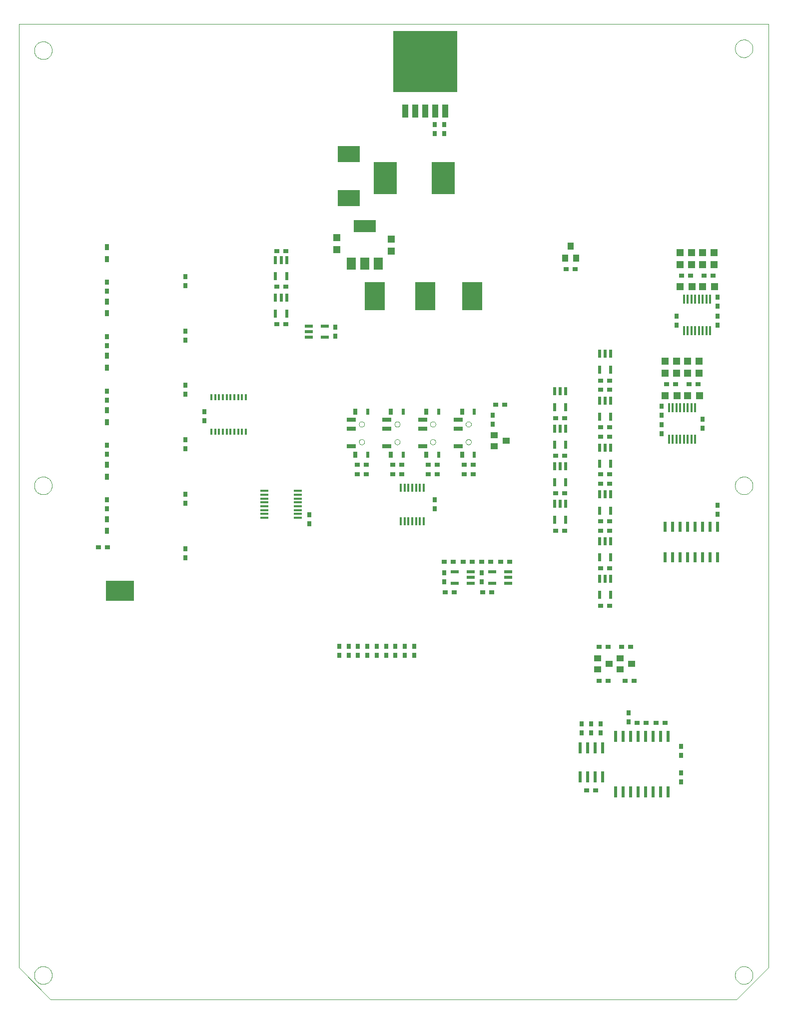
<source format=gtp>
G75*
G70*
%OFA0B0*%
%FSLAX24Y24*%
%IPPOS*%
%LPD*%
%AMOC8*
5,1,8,0,0,1.08239X$1,22.5*
%
%ADD10C,0.0000*%
%ADD11R,0.4252X0.4098*%
%ADD12R,0.0420X0.0850*%
%ADD13R,0.0315X0.0354*%
%ADD14R,0.1575X0.2126*%
%ADD15R,0.0210X0.0780*%
%ADD16R,0.0354X0.0315*%
%ADD17R,0.0394X0.0500*%
%ADD18R,0.0590X0.0790*%
%ADD19R,0.1500X0.0790*%
%ADD20R,0.0512X0.0472*%
%ADD21R,0.0315X0.0394*%
%ADD22R,0.0120X0.0390*%
%ADD23R,0.0500X0.0394*%
%ADD24R,0.0520X0.0220*%
%ADD25R,0.0220X0.0520*%
%ADD26R,0.0140X0.0630*%
%ADD27R,0.0472X0.0512*%
%ADD28R,0.0210X0.0670*%
%ADD29R,0.0140X0.0580*%
%ADD30R,0.0591X0.0276*%
%ADD31R,0.0236X0.0394*%
%ADD32R,0.0580X0.0140*%
%ADD33R,0.1850X0.1339*%
%ADD34R,0.1496X0.1102*%
%ADD35R,0.1339X0.1850*%
D10*
X000100Y002300D02*
X002225Y000175D01*
X047975Y000175D01*
X050100Y002300D01*
X050100Y065175D01*
X000100Y065175D01*
X000100Y002300D01*
X001134Y001800D02*
X001136Y001848D01*
X001142Y001896D01*
X001152Y001943D01*
X001165Y001989D01*
X001183Y002034D01*
X001203Y002078D01*
X001228Y002120D01*
X001256Y002159D01*
X001286Y002196D01*
X001320Y002230D01*
X001357Y002262D01*
X001395Y002291D01*
X001436Y002316D01*
X001479Y002338D01*
X001524Y002356D01*
X001570Y002370D01*
X001617Y002381D01*
X001665Y002388D01*
X001713Y002391D01*
X001761Y002390D01*
X001809Y002385D01*
X001857Y002376D01*
X001903Y002364D01*
X001948Y002347D01*
X001992Y002327D01*
X002034Y002304D01*
X002074Y002277D01*
X002112Y002247D01*
X002147Y002214D01*
X002179Y002178D01*
X002209Y002140D01*
X002235Y002099D01*
X002257Y002056D01*
X002277Y002012D01*
X002292Y001967D01*
X002304Y001920D01*
X002312Y001872D01*
X002316Y001824D01*
X002316Y001776D01*
X002312Y001728D01*
X002304Y001680D01*
X002292Y001633D01*
X002277Y001588D01*
X002257Y001544D01*
X002235Y001501D01*
X002209Y001460D01*
X002179Y001422D01*
X002147Y001386D01*
X002112Y001353D01*
X002074Y001323D01*
X002034Y001296D01*
X001992Y001273D01*
X001948Y001253D01*
X001903Y001236D01*
X001857Y001224D01*
X001809Y001215D01*
X001761Y001210D01*
X001713Y001209D01*
X001665Y001212D01*
X001617Y001219D01*
X001570Y001230D01*
X001524Y001244D01*
X001479Y001262D01*
X001436Y001284D01*
X001395Y001309D01*
X001357Y001338D01*
X001320Y001370D01*
X001286Y001404D01*
X001256Y001441D01*
X001228Y001480D01*
X001203Y001522D01*
X001183Y001566D01*
X001165Y001611D01*
X001152Y001657D01*
X001142Y001704D01*
X001136Y001752D01*
X001134Y001800D01*
X001134Y034425D02*
X001136Y034473D01*
X001142Y034521D01*
X001152Y034568D01*
X001165Y034614D01*
X001183Y034659D01*
X001203Y034703D01*
X001228Y034745D01*
X001256Y034784D01*
X001286Y034821D01*
X001320Y034855D01*
X001357Y034887D01*
X001395Y034916D01*
X001436Y034941D01*
X001479Y034963D01*
X001524Y034981D01*
X001570Y034995D01*
X001617Y035006D01*
X001665Y035013D01*
X001713Y035016D01*
X001761Y035015D01*
X001809Y035010D01*
X001857Y035001D01*
X001903Y034989D01*
X001948Y034972D01*
X001992Y034952D01*
X002034Y034929D01*
X002074Y034902D01*
X002112Y034872D01*
X002147Y034839D01*
X002179Y034803D01*
X002209Y034765D01*
X002235Y034724D01*
X002257Y034681D01*
X002277Y034637D01*
X002292Y034592D01*
X002304Y034545D01*
X002312Y034497D01*
X002316Y034449D01*
X002316Y034401D01*
X002312Y034353D01*
X002304Y034305D01*
X002292Y034258D01*
X002277Y034213D01*
X002257Y034169D01*
X002235Y034126D01*
X002209Y034085D01*
X002179Y034047D01*
X002147Y034011D01*
X002112Y033978D01*
X002074Y033948D01*
X002034Y033921D01*
X001992Y033898D01*
X001948Y033878D01*
X001903Y033861D01*
X001857Y033849D01*
X001809Y033840D01*
X001761Y033835D01*
X001713Y033834D01*
X001665Y033837D01*
X001617Y033844D01*
X001570Y033855D01*
X001524Y033869D01*
X001479Y033887D01*
X001436Y033909D01*
X001395Y033934D01*
X001357Y033963D01*
X001320Y033995D01*
X001286Y034029D01*
X001256Y034066D01*
X001228Y034105D01*
X001203Y034147D01*
X001183Y034191D01*
X001165Y034236D01*
X001152Y034282D01*
X001142Y034329D01*
X001136Y034377D01*
X001134Y034425D01*
X022798Y037334D02*
X022800Y037360D01*
X022806Y037386D01*
X022816Y037411D01*
X022829Y037434D01*
X022845Y037454D01*
X022865Y037472D01*
X022887Y037487D01*
X022910Y037499D01*
X022936Y037507D01*
X022962Y037511D01*
X022988Y037511D01*
X023014Y037507D01*
X023040Y037499D01*
X023064Y037487D01*
X023085Y037472D01*
X023105Y037454D01*
X023121Y037434D01*
X023134Y037411D01*
X023144Y037386D01*
X023150Y037360D01*
X023152Y037334D01*
X023150Y037308D01*
X023144Y037282D01*
X023134Y037257D01*
X023121Y037234D01*
X023105Y037214D01*
X023085Y037196D01*
X023063Y037181D01*
X023040Y037169D01*
X023014Y037161D01*
X022988Y037157D01*
X022962Y037157D01*
X022936Y037161D01*
X022910Y037169D01*
X022886Y037181D01*
X022865Y037196D01*
X022845Y037214D01*
X022829Y037234D01*
X022816Y037257D01*
X022806Y037282D01*
X022800Y037308D01*
X022798Y037334D01*
X022798Y038516D02*
X022800Y038542D01*
X022806Y038568D01*
X022816Y038593D01*
X022829Y038616D01*
X022845Y038636D01*
X022865Y038654D01*
X022887Y038669D01*
X022910Y038681D01*
X022936Y038689D01*
X022962Y038693D01*
X022988Y038693D01*
X023014Y038689D01*
X023040Y038681D01*
X023064Y038669D01*
X023085Y038654D01*
X023105Y038636D01*
X023121Y038616D01*
X023134Y038593D01*
X023144Y038568D01*
X023150Y038542D01*
X023152Y038516D01*
X023150Y038490D01*
X023144Y038464D01*
X023134Y038439D01*
X023121Y038416D01*
X023105Y038396D01*
X023085Y038378D01*
X023063Y038363D01*
X023040Y038351D01*
X023014Y038343D01*
X022988Y038339D01*
X022962Y038339D01*
X022936Y038343D01*
X022910Y038351D01*
X022886Y038363D01*
X022865Y038378D01*
X022845Y038396D01*
X022829Y038416D01*
X022816Y038439D01*
X022806Y038464D01*
X022800Y038490D01*
X022798Y038516D01*
X025173Y038516D02*
X025175Y038542D01*
X025181Y038568D01*
X025191Y038593D01*
X025204Y038616D01*
X025220Y038636D01*
X025240Y038654D01*
X025262Y038669D01*
X025285Y038681D01*
X025311Y038689D01*
X025337Y038693D01*
X025363Y038693D01*
X025389Y038689D01*
X025415Y038681D01*
X025439Y038669D01*
X025460Y038654D01*
X025480Y038636D01*
X025496Y038616D01*
X025509Y038593D01*
X025519Y038568D01*
X025525Y038542D01*
X025527Y038516D01*
X025525Y038490D01*
X025519Y038464D01*
X025509Y038439D01*
X025496Y038416D01*
X025480Y038396D01*
X025460Y038378D01*
X025438Y038363D01*
X025415Y038351D01*
X025389Y038343D01*
X025363Y038339D01*
X025337Y038339D01*
X025311Y038343D01*
X025285Y038351D01*
X025261Y038363D01*
X025240Y038378D01*
X025220Y038396D01*
X025204Y038416D01*
X025191Y038439D01*
X025181Y038464D01*
X025175Y038490D01*
X025173Y038516D01*
X025173Y037334D02*
X025175Y037360D01*
X025181Y037386D01*
X025191Y037411D01*
X025204Y037434D01*
X025220Y037454D01*
X025240Y037472D01*
X025262Y037487D01*
X025285Y037499D01*
X025311Y037507D01*
X025337Y037511D01*
X025363Y037511D01*
X025389Y037507D01*
X025415Y037499D01*
X025439Y037487D01*
X025460Y037472D01*
X025480Y037454D01*
X025496Y037434D01*
X025509Y037411D01*
X025519Y037386D01*
X025525Y037360D01*
X025527Y037334D01*
X025525Y037308D01*
X025519Y037282D01*
X025509Y037257D01*
X025496Y037234D01*
X025480Y037214D01*
X025460Y037196D01*
X025438Y037181D01*
X025415Y037169D01*
X025389Y037161D01*
X025363Y037157D01*
X025337Y037157D01*
X025311Y037161D01*
X025285Y037169D01*
X025261Y037181D01*
X025240Y037196D01*
X025220Y037214D01*
X025204Y037234D01*
X025191Y037257D01*
X025181Y037282D01*
X025175Y037308D01*
X025173Y037334D01*
X027548Y037334D02*
X027550Y037360D01*
X027556Y037386D01*
X027566Y037411D01*
X027579Y037434D01*
X027595Y037454D01*
X027615Y037472D01*
X027637Y037487D01*
X027660Y037499D01*
X027686Y037507D01*
X027712Y037511D01*
X027738Y037511D01*
X027764Y037507D01*
X027790Y037499D01*
X027814Y037487D01*
X027835Y037472D01*
X027855Y037454D01*
X027871Y037434D01*
X027884Y037411D01*
X027894Y037386D01*
X027900Y037360D01*
X027902Y037334D01*
X027900Y037308D01*
X027894Y037282D01*
X027884Y037257D01*
X027871Y037234D01*
X027855Y037214D01*
X027835Y037196D01*
X027813Y037181D01*
X027790Y037169D01*
X027764Y037161D01*
X027738Y037157D01*
X027712Y037157D01*
X027686Y037161D01*
X027660Y037169D01*
X027636Y037181D01*
X027615Y037196D01*
X027595Y037214D01*
X027579Y037234D01*
X027566Y037257D01*
X027556Y037282D01*
X027550Y037308D01*
X027548Y037334D01*
X027548Y038516D02*
X027550Y038542D01*
X027556Y038568D01*
X027566Y038593D01*
X027579Y038616D01*
X027595Y038636D01*
X027615Y038654D01*
X027637Y038669D01*
X027660Y038681D01*
X027686Y038689D01*
X027712Y038693D01*
X027738Y038693D01*
X027764Y038689D01*
X027790Y038681D01*
X027814Y038669D01*
X027835Y038654D01*
X027855Y038636D01*
X027871Y038616D01*
X027884Y038593D01*
X027894Y038568D01*
X027900Y038542D01*
X027902Y038516D01*
X027900Y038490D01*
X027894Y038464D01*
X027884Y038439D01*
X027871Y038416D01*
X027855Y038396D01*
X027835Y038378D01*
X027813Y038363D01*
X027790Y038351D01*
X027764Y038343D01*
X027738Y038339D01*
X027712Y038339D01*
X027686Y038343D01*
X027660Y038351D01*
X027636Y038363D01*
X027615Y038378D01*
X027595Y038396D01*
X027579Y038416D01*
X027566Y038439D01*
X027556Y038464D01*
X027550Y038490D01*
X027548Y038516D01*
X029923Y038516D02*
X029925Y038542D01*
X029931Y038568D01*
X029941Y038593D01*
X029954Y038616D01*
X029970Y038636D01*
X029990Y038654D01*
X030012Y038669D01*
X030035Y038681D01*
X030061Y038689D01*
X030087Y038693D01*
X030113Y038693D01*
X030139Y038689D01*
X030165Y038681D01*
X030189Y038669D01*
X030210Y038654D01*
X030230Y038636D01*
X030246Y038616D01*
X030259Y038593D01*
X030269Y038568D01*
X030275Y038542D01*
X030277Y038516D01*
X030275Y038490D01*
X030269Y038464D01*
X030259Y038439D01*
X030246Y038416D01*
X030230Y038396D01*
X030210Y038378D01*
X030188Y038363D01*
X030165Y038351D01*
X030139Y038343D01*
X030113Y038339D01*
X030087Y038339D01*
X030061Y038343D01*
X030035Y038351D01*
X030011Y038363D01*
X029990Y038378D01*
X029970Y038396D01*
X029954Y038416D01*
X029941Y038439D01*
X029931Y038464D01*
X029925Y038490D01*
X029923Y038516D01*
X029923Y037334D02*
X029925Y037360D01*
X029931Y037386D01*
X029941Y037411D01*
X029954Y037434D01*
X029970Y037454D01*
X029990Y037472D01*
X030012Y037487D01*
X030035Y037499D01*
X030061Y037507D01*
X030087Y037511D01*
X030113Y037511D01*
X030139Y037507D01*
X030165Y037499D01*
X030189Y037487D01*
X030210Y037472D01*
X030230Y037454D01*
X030246Y037434D01*
X030259Y037411D01*
X030269Y037386D01*
X030275Y037360D01*
X030277Y037334D01*
X030275Y037308D01*
X030269Y037282D01*
X030259Y037257D01*
X030246Y037234D01*
X030230Y037214D01*
X030210Y037196D01*
X030188Y037181D01*
X030165Y037169D01*
X030139Y037161D01*
X030113Y037157D01*
X030087Y037157D01*
X030061Y037161D01*
X030035Y037169D01*
X030011Y037181D01*
X029990Y037196D01*
X029970Y037214D01*
X029954Y037234D01*
X029941Y037257D01*
X029931Y037282D01*
X029925Y037308D01*
X029923Y037334D01*
X047884Y034425D02*
X047886Y034473D01*
X047892Y034521D01*
X047902Y034568D01*
X047915Y034614D01*
X047933Y034659D01*
X047953Y034703D01*
X047978Y034745D01*
X048006Y034784D01*
X048036Y034821D01*
X048070Y034855D01*
X048107Y034887D01*
X048145Y034916D01*
X048186Y034941D01*
X048229Y034963D01*
X048274Y034981D01*
X048320Y034995D01*
X048367Y035006D01*
X048415Y035013D01*
X048463Y035016D01*
X048511Y035015D01*
X048559Y035010D01*
X048607Y035001D01*
X048653Y034989D01*
X048698Y034972D01*
X048742Y034952D01*
X048784Y034929D01*
X048824Y034902D01*
X048862Y034872D01*
X048897Y034839D01*
X048929Y034803D01*
X048959Y034765D01*
X048985Y034724D01*
X049007Y034681D01*
X049027Y034637D01*
X049042Y034592D01*
X049054Y034545D01*
X049062Y034497D01*
X049066Y034449D01*
X049066Y034401D01*
X049062Y034353D01*
X049054Y034305D01*
X049042Y034258D01*
X049027Y034213D01*
X049007Y034169D01*
X048985Y034126D01*
X048959Y034085D01*
X048929Y034047D01*
X048897Y034011D01*
X048862Y033978D01*
X048824Y033948D01*
X048784Y033921D01*
X048742Y033898D01*
X048698Y033878D01*
X048653Y033861D01*
X048607Y033849D01*
X048559Y033840D01*
X048511Y033835D01*
X048463Y033834D01*
X048415Y033837D01*
X048367Y033844D01*
X048320Y033855D01*
X048274Y033869D01*
X048229Y033887D01*
X048186Y033909D01*
X048145Y033934D01*
X048107Y033963D01*
X048070Y033995D01*
X048036Y034029D01*
X048006Y034066D01*
X047978Y034105D01*
X047953Y034147D01*
X047933Y034191D01*
X047915Y034236D01*
X047902Y034282D01*
X047892Y034329D01*
X047886Y034377D01*
X047884Y034425D01*
X047884Y063550D02*
X047886Y063598D01*
X047892Y063646D01*
X047902Y063693D01*
X047915Y063739D01*
X047933Y063784D01*
X047953Y063828D01*
X047978Y063870D01*
X048006Y063909D01*
X048036Y063946D01*
X048070Y063980D01*
X048107Y064012D01*
X048145Y064041D01*
X048186Y064066D01*
X048229Y064088D01*
X048274Y064106D01*
X048320Y064120D01*
X048367Y064131D01*
X048415Y064138D01*
X048463Y064141D01*
X048511Y064140D01*
X048559Y064135D01*
X048607Y064126D01*
X048653Y064114D01*
X048698Y064097D01*
X048742Y064077D01*
X048784Y064054D01*
X048824Y064027D01*
X048862Y063997D01*
X048897Y063964D01*
X048929Y063928D01*
X048959Y063890D01*
X048985Y063849D01*
X049007Y063806D01*
X049027Y063762D01*
X049042Y063717D01*
X049054Y063670D01*
X049062Y063622D01*
X049066Y063574D01*
X049066Y063526D01*
X049062Y063478D01*
X049054Y063430D01*
X049042Y063383D01*
X049027Y063338D01*
X049007Y063294D01*
X048985Y063251D01*
X048959Y063210D01*
X048929Y063172D01*
X048897Y063136D01*
X048862Y063103D01*
X048824Y063073D01*
X048784Y063046D01*
X048742Y063023D01*
X048698Y063003D01*
X048653Y062986D01*
X048607Y062974D01*
X048559Y062965D01*
X048511Y062960D01*
X048463Y062959D01*
X048415Y062962D01*
X048367Y062969D01*
X048320Y062980D01*
X048274Y062994D01*
X048229Y063012D01*
X048186Y063034D01*
X048145Y063059D01*
X048107Y063088D01*
X048070Y063120D01*
X048036Y063154D01*
X048006Y063191D01*
X047978Y063230D01*
X047953Y063272D01*
X047933Y063316D01*
X047915Y063361D01*
X047902Y063407D01*
X047892Y063454D01*
X047886Y063502D01*
X047884Y063550D01*
X001134Y063425D02*
X001136Y063473D01*
X001142Y063521D01*
X001152Y063568D01*
X001165Y063614D01*
X001183Y063659D01*
X001203Y063703D01*
X001228Y063745D01*
X001256Y063784D01*
X001286Y063821D01*
X001320Y063855D01*
X001357Y063887D01*
X001395Y063916D01*
X001436Y063941D01*
X001479Y063963D01*
X001524Y063981D01*
X001570Y063995D01*
X001617Y064006D01*
X001665Y064013D01*
X001713Y064016D01*
X001761Y064015D01*
X001809Y064010D01*
X001857Y064001D01*
X001903Y063989D01*
X001948Y063972D01*
X001992Y063952D01*
X002034Y063929D01*
X002074Y063902D01*
X002112Y063872D01*
X002147Y063839D01*
X002179Y063803D01*
X002209Y063765D01*
X002235Y063724D01*
X002257Y063681D01*
X002277Y063637D01*
X002292Y063592D01*
X002304Y063545D01*
X002312Y063497D01*
X002316Y063449D01*
X002316Y063401D01*
X002312Y063353D01*
X002304Y063305D01*
X002292Y063258D01*
X002277Y063213D01*
X002257Y063169D01*
X002235Y063126D01*
X002209Y063085D01*
X002179Y063047D01*
X002147Y063011D01*
X002112Y062978D01*
X002074Y062948D01*
X002034Y062921D01*
X001992Y062898D01*
X001948Y062878D01*
X001903Y062861D01*
X001857Y062849D01*
X001809Y062840D01*
X001761Y062835D01*
X001713Y062834D01*
X001665Y062837D01*
X001617Y062844D01*
X001570Y062855D01*
X001524Y062869D01*
X001479Y062887D01*
X001436Y062909D01*
X001395Y062934D01*
X001357Y062963D01*
X001320Y062995D01*
X001286Y063029D01*
X001256Y063066D01*
X001228Y063105D01*
X001203Y063147D01*
X001183Y063191D01*
X001165Y063236D01*
X001152Y063282D01*
X001142Y063329D01*
X001136Y063377D01*
X001134Y063425D01*
X047884Y001800D02*
X047886Y001848D01*
X047892Y001896D01*
X047902Y001943D01*
X047915Y001989D01*
X047933Y002034D01*
X047953Y002078D01*
X047978Y002120D01*
X048006Y002159D01*
X048036Y002196D01*
X048070Y002230D01*
X048107Y002262D01*
X048145Y002291D01*
X048186Y002316D01*
X048229Y002338D01*
X048274Y002356D01*
X048320Y002370D01*
X048367Y002381D01*
X048415Y002388D01*
X048463Y002391D01*
X048511Y002390D01*
X048559Y002385D01*
X048607Y002376D01*
X048653Y002364D01*
X048698Y002347D01*
X048742Y002327D01*
X048784Y002304D01*
X048824Y002277D01*
X048862Y002247D01*
X048897Y002214D01*
X048929Y002178D01*
X048959Y002140D01*
X048985Y002099D01*
X049007Y002056D01*
X049027Y002012D01*
X049042Y001967D01*
X049054Y001920D01*
X049062Y001872D01*
X049066Y001824D01*
X049066Y001776D01*
X049062Y001728D01*
X049054Y001680D01*
X049042Y001633D01*
X049027Y001588D01*
X049007Y001544D01*
X048985Y001501D01*
X048959Y001460D01*
X048929Y001422D01*
X048897Y001386D01*
X048862Y001353D01*
X048824Y001323D01*
X048784Y001296D01*
X048742Y001273D01*
X048698Y001253D01*
X048653Y001236D01*
X048607Y001224D01*
X048559Y001215D01*
X048511Y001210D01*
X048463Y001209D01*
X048415Y001212D01*
X048367Y001219D01*
X048320Y001230D01*
X048274Y001244D01*
X048229Y001262D01*
X048186Y001284D01*
X048145Y001309D01*
X048107Y001338D01*
X048070Y001370D01*
X048036Y001404D01*
X048006Y001441D01*
X047978Y001480D01*
X047953Y001522D01*
X047933Y001566D01*
X047915Y001611D01*
X047902Y001657D01*
X047892Y001704D01*
X047886Y001752D01*
X047884Y001800D01*
D11*
X027225Y062675D03*
D12*
X027225Y059395D03*
X027895Y059395D03*
X028565Y059395D03*
X026555Y059395D03*
X025885Y059395D03*
D13*
X027850Y058475D03*
X027850Y057875D03*
X028475Y057875D03*
X028475Y058475D03*
X021225Y044975D03*
X021225Y044375D03*
X027850Y033475D03*
X027850Y032875D03*
X028475Y028600D03*
X028475Y028000D03*
X030975Y028000D03*
X030975Y028600D03*
X026475Y023725D03*
X026475Y023125D03*
X025850Y023125D03*
X025850Y023725D03*
X025225Y023725D03*
X025225Y023125D03*
X024600Y023125D03*
X024600Y023725D03*
X023975Y023725D03*
X023975Y023125D03*
X023350Y023125D03*
X023350Y023725D03*
X022725Y023725D03*
X022725Y023125D03*
X022100Y023125D03*
X022100Y023725D03*
X021475Y023725D03*
X021475Y023125D03*
X019475Y031875D03*
X019475Y032475D03*
X012475Y038750D03*
X012475Y039350D03*
X011225Y040500D03*
X011225Y041100D03*
X011225Y044125D03*
X011225Y044725D03*
X011225Y047750D03*
X011225Y048350D03*
X005975Y047975D03*
X005975Y047375D03*
X005975Y044350D03*
X005975Y043750D03*
X005975Y040725D03*
X005975Y040125D03*
X005975Y037100D03*
X005975Y036500D03*
X005975Y033475D03*
X005975Y032875D03*
X011225Y033250D03*
X011225Y033850D03*
X011225Y036875D03*
X011225Y037475D03*
X011225Y030225D03*
X011225Y029625D03*
X031725Y038500D03*
X031725Y039100D03*
X042975Y039125D03*
X042975Y039725D03*
X042975Y038475D03*
X042975Y037875D03*
X045725Y038250D03*
X045725Y038850D03*
X046725Y033100D03*
X046725Y032500D03*
X046725Y045125D03*
X046725Y045725D03*
X046725Y046375D03*
X046725Y046975D03*
X043975Y045725D03*
X043975Y045125D03*
X040788Y019288D03*
X040788Y018688D03*
X038913Y018538D03*
X038913Y017938D03*
X038288Y017938D03*
X038288Y018538D03*
X037663Y018538D03*
X037663Y017938D03*
X044288Y017038D03*
X044288Y016438D03*
X044288Y015288D03*
X044288Y014688D03*
D14*
X028404Y054925D03*
X024546Y054925D03*
D15*
X039913Y017713D03*
X040413Y017713D03*
X040913Y017713D03*
X041413Y017713D03*
X041913Y017713D03*
X042413Y017713D03*
X042913Y017713D03*
X043413Y017713D03*
X043413Y014013D03*
X042913Y014013D03*
X042413Y014013D03*
X041913Y014013D03*
X041413Y014013D03*
X040913Y014013D03*
X040413Y014013D03*
X039913Y014013D03*
X039038Y015018D03*
X038538Y015018D03*
X038038Y015018D03*
X037538Y015018D03*
X037538Y016958D03*
X038038Y016958D03*
X038538Y016958D03*
X039038Y016958D03*
D16*
X038588Y014113D03*
X037988Y014113D03*
X041363Y018613D03*
X041963Y018613D03*
X042613Y018613D03*
X043213Y018613D03*
X041150Y021425D03*
X040550Y021425D03*
X039400Y021425D03*
X038800Y021425D03*
X038800Y023675D03*
X039400Y023675D03*
X040300Y023675D03*
X040900Y023675D03*
X039525Y026425D03*
X038925Y026425D03*
X038925Y028925D03*
X039525Y028925D03*
X039525Y031425D03*
X038925Y031425D03*
X038925Y032050D03*
X039525Y032050D03*
X039525Y034550D03*
X038925Y034550D03*
X038925Y035175D03*
X039525Y035175D03*
X039525Y037675D03*
X038925Y037675D03*
X038925Y038300D03*
X039525Y038300D03*
X039525Y040800D03*
X038925Y040800D03*
X038925Y041425D03*
X039525Y041425D03*
X036525Y038925D03*
X035925Y038925D03*
X035925Y036425D03*
X036525Y036425D03*
X036525Y033925D03*
X035925Y033925D03*
X035925Y031425D03*
X036525Y031425D03*
X032838Y029363D03*
X032238Y029363D03*
X031588Y029363D03*
X030988Y029363D03*
X030338Y029363D03*
X029738Y029363D03*
X029088Y029363D03*
X028488Y029363D03*
X028550Y027300D03*
X029150Y027300D03*
X031050Y027300D03*
X031650Y027300D03*
X030400Y035175D03*
X029800Y035175D03*
X029800Y035800D03*
X030400Y035800D03*
X028025Y035800D03*
X027425Y035800D03*
X027425Y035175D03*
X028025Y035175D03*
X025650Y035175D03*
X025650Y035800D03*
X025050Y035800D03*
X025050Y035175D03*
X023275Y035175D03*
X022675Y035175D03*
X022675Y035800D03*
X023275Y035800D03*
X017900Y045175D03*
X017300Y045175D03*
X017300Y047675D03*
X017900Y047675D03*
X017900Y050050D03*
X017300Y050050D03*
X031925Y039800D03*
X032525Y039800D03*
X036613Y048863D03*
X037213Y048863D03*
X043300Y041175D03*
X043900Y041175D03*
X044800Y041175D03*
X045400Y041175D03*
X045800Y048425D03*
X046400Y048425D03*
X044900Y048425D03*
X044300Y048425D03*
X006025Y030300D03*
X005425Y030300D03*
D17*
X036538Y049594D03*
X037287Y049594D03*
X036913Y050381D03*
D18*
X024098Y049223D03*
X023198Y049223D03*
X022298Y049223D03*
D19*
X023188Y051703D03*
D20*
X024938Y050838D03*
X024938Y050038D03*
X021313Y050163D03*
X021313Y050963D03*
X043225Y042700D03*
X043975Y042700D03*
X043975Y041900D03*
X043225Y041900D03*
X044725Y041900D03*
X045475Y041900D03*
X045475Y042700D03*
X044725Y042700D03*
X044975Y049150D03*
X044225Y049150D03*
X044225Y049950D03*
X044975Y049950D03*
X045725Y049950D03*
X046475Y049950D03*
X046475Y049150D03*
X045725Y049150D03*
D21*
X029667Y039362D03*
X027292Y039362D03*
X024917Y039362D03*
X022542Y039362D03*
X022542Y036488D03*
X024917Y036488D03*
X027292Y036488D03*
X029667Y036488D03*
X005975Y035819D03*
X005975Y035031D03*
X005975Y032194D03*
X005975Y031406D03*
X005975Y038656D03*
X005975Y039444D03*
X005975Y042281D03*
X005975Y043069D03*
X005975Y045906D03*
X005975Y046694D03*
X005975Y049531D03*
X005975Y050319D03*
D22*
X012948Y040324D03*
X013204Y040324D03*
X013460Y040324D03*
X013716Y040324D03*
X013972Y040324D03*
X014228Y040324D03*
X014484Y040324D03*
X014740Y040324D03*
X014996Y040324D03*
X015252Y040324D03*
X015252Y038026D03*
X014996Y038026D03*
X014740Y038026D03*
X014484Y038026D03*
X014228Y038026D03*
X013972Y038026D03*
X013716Y038026D03*
X013460Y038026D03*
X013204Y038026D03*
X012948Y038026D03*
D23*
X031831Y037799D03*
X031831Y037051D03*
X032619Y037425D03*
X038706Y022924D03*
X039494Y022550D03*
X038706Y022176D03*
X040206Y022176D03*
X040994Y022550D03*
X040206Y022924D03*
D24*
X032765Y027930D03*
X032765Y028300D03*
X032765Y028670D03*
X031685Y028670D03*
X031685Y027930D03*
X030265Y027930D03*
X030265Y028300D03*
X030265Y028670D03*
X029185Y028670D03*
X029185Y027930D03*
X020515Y044305D03*
X020515Y045045D03*
X019435Y045045D03*
X019435Y044675D03*
X019435Y044305D03*
D25*
X017970Y045885D03*
X017230Y045885D03*
X017230Y046965D03*
X017600Y046965D03*
X017970Y046965D03*
X017970Y048385D03*
X017230Y048385D03*
X017230Y049465D03*
X017600Y049465D03*
X017970Y049465D03*
X035855Y040715D03*
X036225Y040715D03*
X036595Y040715D03*
X036595Y039635D03*
X035855Y039635D03*
X035855Y038215D03*
X036225Y038215D03*
X036595Y038215D03*
X036595Y037135D03*
X035855Y037135D03*
X035855Y035715D03*
X036225Y035715D03*
X036595Y035715D03*
X036595Y034635D03*
X035855Y034635D03*
X035855Y033215D03*
X036225Y033215D03*
X036595Y033215D03*
X036595Y032135D03*
X035855Y032135D03*
X038855Y032760D03*
X039595Y032760D03*
X039595Y033840D03*
X039225Y033840D03*
X038855Y033840D03*
X038855Y035885D03*
X039595Y035885D03*
X039595Y036965D03*
X039225Y036965D03*
X038855Y036965D03*
X038855Y039010D03*
X039595Y039010D03*
X039595Y040090D03*
X039225Y040090D03*
X038855Y040090D03*
X038855Y042135D03*
X039595Y042135D03*
X039595Y043215D03*
X039225Y043215D03*
X038855Y043215D03*
X038855Y030715D03*
X039225Y030715D03*
X039595Y030715D03*
X039595Y029635D03*
X038855Y029635D03*
X038855Y028215D03*
X039225Y028215D03*
X039595Y028215D03*
X039595Y027135D03*
X038855Y027135D03*
D26*
X043470Y037500D03*
X043730Y037500D03*
X043970Y037500D03*
X044230Y037500D03*
X044470Y037500D03*
X044730Y037500D03*
X044970Y037500D03*
X045230Y037500D03*
X045230Y039600D03*
X044970Y039600D03*
X044730Y039600D03*
X044470Y039600D03*
X044230Y039600D03*
X043970Y039600D03*
X043730Y039600D03*
X043470Y039600D03*
X044470Y044750D03*
X044730Y044750D03*
X044970Y044750D03*
X045230Y044750D03*
X045470Y044750D03*
X045730Y044750D03*
X045970Y044750D03*
X046230Y044750D03*
X046230Y046850D03*
X045970Y046850D03*
X045730Y046850D03*
X045470Y046850D03*
X045230Y046850D03*
X044970Y046850D03*
X044730Y046850D03*
X044470Y046850D03*
D27*
X044200Y047675D03*
X045000Y047675D03*
X045700Y047675D03*
X046500Y047675D03*
X045500Y040425D03*
X044700Y040425D03*
X044000Y040425D03*
X043200Y040425D03*
D28*
X043225Y031695D03*
X043725Y031695D03*
X044225Y031695D03*
X044725Y031695D03*
X045225Y031695D03*
X045725Y031695D03*
X046225Y031695D03*
X046725Y031695D03*
X046725Y029655D03*
X046225Y029655D03*
X045725Y029655D03*
X045225Y029655D03*
X044725Y029655D03*
X044225Y029655D03*
X043725Y029655D03*
X043225Y029655D03*
D29*
X027120Y032065D03*
X026860Y032065D03*
X026610Y032065D03*
X026350Y032065D03*
X026090Y032065D03*
X025840Y032065D03*
X025580Y032065D03*
X025580Y034285D03*
X025840Y034285D03*
X026090Y034285D03*
X026350Y034285D03*
X026610Y034285D03*
X026860Y034285D03*
X027120Y034285D03*
D30*
X027036Y037039D03*
X027036Y038220D03*
X027036Y038811D03*
X024661Y038811D03*
X024661Y038220D03*
X024661Y037039D03*
X022286Y037039D03*
X022286Y038220D03*
X022286Y038811D03*
X029411Y038811D03*
X029411Y038220D03*
X029411Y037039D03*
D31*
X030494Y036488D03*
X028119Y036488D03*
X025744Y036488D03*
X023369Y036488D03*
X023369Y039362D03*
X025744Y039362D03*
X028119Y039362D03*
X030494Y039362D03*
D32*
X018710Y034075D03*
X018710Y033815D03*
X018710Y033555D03*
X018710Y033305D03*
X018710Y033045D03*
X018710Y032795D03*
X018710Y032535D03*
X018710Y032275D03*
X016490Y032275D03*
X016490Y032535D03*
X016490Y032795D03*
X016490Y033045D03*
X016490Y033305D03*
X016490Y033555D03*
X016490Y033815D03*
X016490Y034075D03*
D33*
X006850Y027425D03*
D34*
X022100Y053593D03*
X022100Y056507D03*
D35*
X023850Y047050D03*
X027225Y047050D03*
X030350Y047050D03*
M02*

</source>
